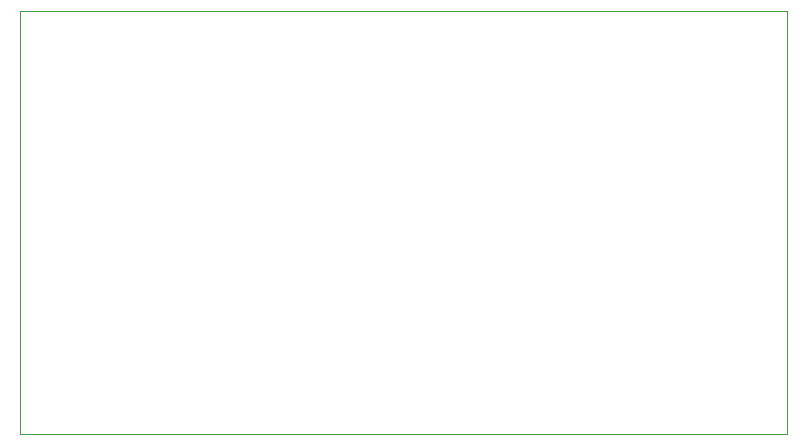
<source format=gbr>
%TF.GenerationSoftware,KiCad,Pcbnew,(6.0.7)*%
%TF.CreationDate,2022-09-08T00:59:07-04:00*%
%TF.ProjectId,Pi_Adapter,50695f41-6461-4707-9465-722e6b696361,v1*%
%TF.SameCoordinates,Original*%
%TF.FileFunction,Profile,NP*%
%FSLAX46Y46*%
G04 Gerber Fmt 4.6, Leading zero omitted, Abs format (unit mm)*
G04 Created by KiCad (PCBNEW (6.0.7)) date 2022-09-08 00:59:07*
%MOMM*%
%LPD*%
G01*
G04 APERTURE LIST*
%TA.AperFunction,Profile*%
%ADD10C,0.100000*%
%TD*%
G04 APERTURE END LIST*
D10*
X143550000Y-39000000D02*
X143550000Y-74800000D01*
X78560000Y-39000000D02*
X143550000Y-39000000D01*
X78560000Y-74800000D02*
X143550000Y-74800000D01*
X78560000Y-39000000D02*
X78560000Y-74800000D01*
M02*

</source>
